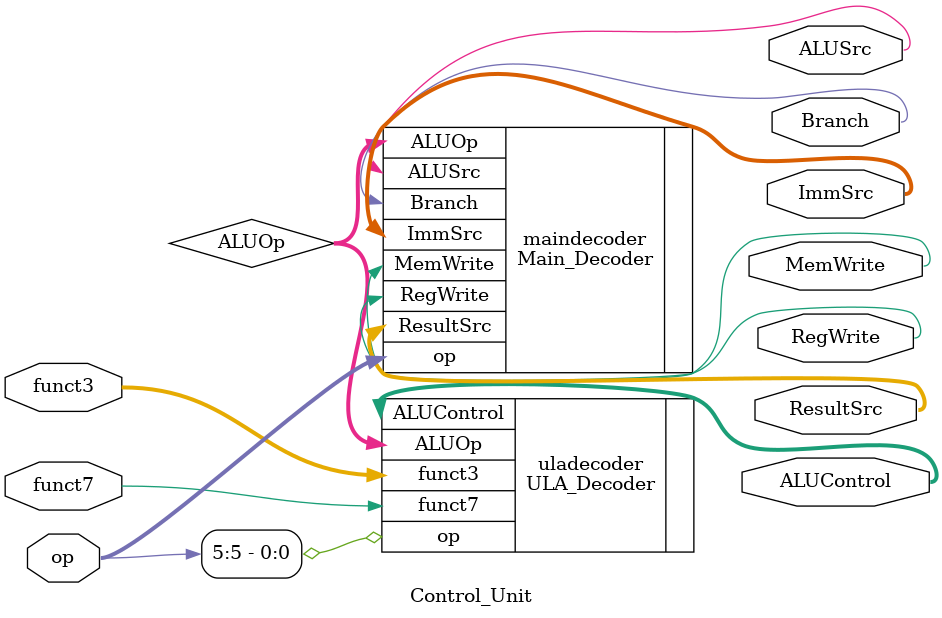
<source format=v>
module Control_Unit (
  input [6:0] op,
  output [1:0]ResultSrc,
  output Branch,
  output MemWrite,
  output ALUSrc,
  output [1:0] ImmSrc,
  output RegWrite,
  input [2:0] funct3,
  input funct7,
  output [2:0] ALUControl
);


wire [1:0] ALUOp;

Main_Decoder maindecoder (
  .op(op),
  .Branch(Branch),
  .ResultSrc(ResultSrc),
  .MemWrite(MemWrite),
  .ALUSrc(ALUSrc),
  .ImmSrc(ImmSrc),
  .RegWrite(RegWrite),
  .ALUOp(ALUOp)
);

ULA_Decoder uladecoder (
  .ALUOp(ALUOp),
  .op(op[5]),
  .funct3(funct3),
  .funct7(funct7),
  .ALUControl(ALUControl)
);

endmodule
</source>
